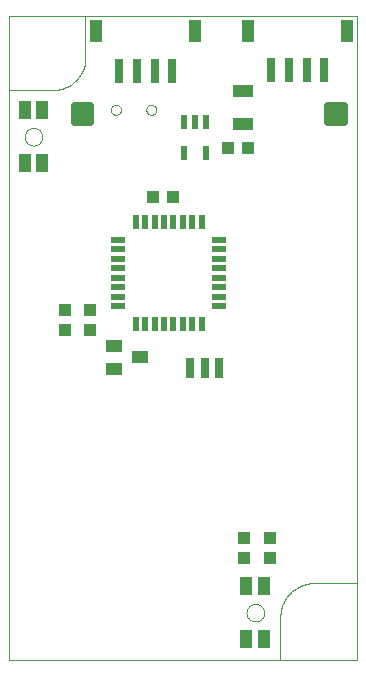
<source format=gtp>
G75*
G70*
%OFA0B0*%
%FSLAX24Y24*%
%IPPOS*%
%LPD*%
%AMOC8*
5,1,8,0,0,1.08239X$1,22.5*
%
%ADD10C,0.0000*%
%ADD11R,0.0220X0.0500*%
%ADD12R,0.0500X0.0220*%
%ADD13R,0.0394X0.0433*%
%ADD14R,0.0276X0.0669*%
%ADD15R,0.0433X0.0394*%
%ADD16R,0.0217X0.0472*%
%ADD17R,0.0709X0.0394*%
%ADD18R,0.0276X0.0787*%
%ADD19R,0.0433X0.0748*%
%ADD20C,0.0197*%
%ADD21R,0.0433X0.0591*%
%ADD22R,0.0551X0.0394*%
D10*
X001008Y001834D02*
X001008Y020830D01*
X002475Y020830D01*
X002538Y020832D01*
X002602Y020837D01*
X002665Y020847D01*
X002727Y020859D01*
X002788Y020876D01*
X002848Y020896D01*
X002908Y020919D01*
X002965Y020946D01*
X003021Y020976D01*
X003075Y021010D01*
X003127Y021046D01*
X003177Y021085D01*
X003224Y021128D01*
X003269Y021173D01*
X003312Y021220D01*
X003351Y021270D01*
X003387Y021322D01*
X003421Y021376D01*
X003451Y021432D01*
X003478Y021489D01*
X003501Y021549D01*
X003521Y021609D01*
X003538Y021670D01*
X003550Y021732D01*
X003560Y021795D01*
X003565Y021859D01*
X003567Y021922D01*
X003567Y023291D01*
X012622Y023291D01*
X012622Y004393D01*
X011189Y004393D01*
X011124Y004391D01*
X011058Y004385D01*
X010993Y004376D01*
X010929Y004363D01*
X010866Y004346D01*
X010804Y004325D01*
X010743Y004301D01*
X010684Y004273D01*
X010626Y004242D01*
X010570Y004208D01*
X010517Y004170D01*
X010465Y004130D01*
X010416Y004086D01*
X010370Y004040D01*
X010326Y003991D01*
X010286Y003939D01*
X010248Y003886D01*
X010214Y003830D01*
X010183Y003772D01*
X010155Y003713D01*
X010131Y003652D01*
X010110Y003590D01*
X010093Y003527D01*
X010080Y003463D01*
X010071Y003398D01*
X010065Y003332D01*
X010063Y003267D01*
X010063Y001834D01*
X001008Y001834D01*
X008933Y003409D02*
X008935Y003443D01*
X008941Y003477D01*
X008951Y003510D01*
X008964Y003541D01*
X008982Y003571D01*
X009002Y003599D01*
X009026Y003624D01*
X009052Y003646D01*
X009080Y003664D01*
X009111Y003680D01*
X009143Y003692D01*
X009177Y003700D01*
X009211Y003704D01*
X009245Y003704D01*
X009279Y003700D01*
X009313Y003692D01*
X009345Y003680D01*
X009375Y003664D01*
X009404Y003646D01*
X009430Y003624D01*
X009454Y003599D01*
X009474Y003571D01*
X009492Y003541D01*
X009505Y003510D01*
X009515Y003477D01*
X009521Y003443D01*
X009523Y003409D01*
X009521Y003375D01*
X009515Y003341D01*
X009505Y003308D01*
X009492Y003277D01*
X009474Y003247D01*
X009454Y003219D01*
X009430Y003194D01*
X009404Y003172D01*
X009376Y003154D01*
X009345Y003138D01*
X009313Y003126D01*
X009279Y003118D01*
X009245Y003114D01*
X009211Y003114D01*
X009177Y003118D01*
X009143Y003126D01*
X009111Y003138D01*
X009080Y003154D01*
X009052Y003172D01*
X009026Y003194D01*
X009002Y003219D01*
X008982Y003247D01*
X008964Y003277D01*
X008951Y003308D01*
X008941Y003341D01*
X008935Y003375D01*
X008933Y003409D01*
X010063Y001834D02*
X012622Y001834D01*
X012622Y004393D01*
X005596Y020168D02*
X005598Y020193D01*
X005604Y020218D01*
X005613Y020242D01*
X005626Y020264D01*
X005643Y020284D01*
X005662Y020301D01*
X005683Y020315D01*
X005707Y020325D01*
X005731Y020332D01*
X005757Y020335D01*
X005782Y020334D01*
X005807Y020329D01*
X005831Y020320D01*
X005854Y020308D01*
X005874Y020293D01*
X005892Y020274D01*
X005907Y020253D01*
X005918Y020230D01*
X005926Y020206D01*
X005930Y020181D01*
X005930Y020155D01*
X005926Y020130D01*
X005918Y020106D01*
X005907Y020083D01*
X005892Y020062D01*
X005874Y020043D01*
X005854Y020028D01*
X005831Y020016D01*
X005807Y020007D01*
X005782Y020002D01*
X005757Y020001D01*
X005731Y020004D01*
X005707Y020011D01*
X005683Y020021D01*
X005662Y020035D01*
X005643Y020052D01*
X005626Y020072D01*
X005613Y020094D01*
X005604Y020118D01*
X005598Y020143D01*
X005596Y020168D01*
X004415Y020168D02*
X004417Y020193D01*
X004423Y020218D01*
X004432Y020242D01*
X004445Y020264D01*
X004462Y020284D01*
X004481Y020301D01*
X004502Y020315D01*
X004526Y020325D01*
X004550Y020332D01*
X004576Y020335D01*
X004601Y020334D01*
X004626Y020329D01*
X004650Y020320D01*
X004673Y020308D01*
X004693Y020293D01*
X004711Y020274D01*
X004726Y020253D01*
X004737Y020230D01*
X004745Y020206D01*
X004749Y020181D01*
X004749Y020155D01*
X004745Y020130D01*
X004737Y020106D01*
X004726Y020083D01*
X004711Y020062D01*
X004693Y020043D01*
X004673Y020028D01*
X004650Y020016D01*
X004626Y020007D01*
X004601Y020002D01*
X004576Y020001D01*
X004550Y020004D01*
X004526Y020011D01*
X004502Y020021D01*
X004481Y020035D01*
X004462Y020052D01*
X004445Y020072D01*
X004432Y020094D01*
X004423Y020118D01*
X004417Y020143D01*
X004415Y020168D01*
X003567Y023291D02*
X001008Y023291D01*
X001008Y020830D01*
X001540Y019275D02*
X001542Y019309D01*
X001548Y019343D01*
X001558Y019376D01*
X001571Y019407D01*
X001589Y019437D01*
X001609Y019465D01*
X001633Y019490D01*
X001659Y019512D01*
X001687Y019530D01*
X001718Y019546D01*
X001750Y019558D01*
X001784Y019566D01*
X001818Y019570D01*
X001852Y019570D01*
X001886Y019566D01*
X001920Y019558D01*
X001952Y019546D01*
X001982Y019530D01*
X002011Y019512D01*
X002037Y019490D01*
X002061Y019465D01*
X002081Y019437D01*
X002099Y019407D01*
X002112Y019376D01*
X002122Y019343D01*
X002128Y019309D01*
X002130Y019275D01*
X002128Y019241D01*
X002122Y019207D01*
X002112Y019174D01*
X002099Y019143D01*
X002081Y019113D01*
X002061Y019085D01*
X002037Y019060D01*
X002011Y019038D01*
X001983Y019020D01*
X001952Y019004D01*
X001920Y018992D01*
X001886Y018984D01*
X001852Y018980D01*
X001818Y018980D01*
X001784Y018984D01*
X001750Y018992D01*
X001718Y019004D01*
X001687Y019020D01*
X001659Y019038D01*
X001633Y019060D01*
X001609Y019085D01*
X001589Y019113D01*
X001571Y019143D01*
X001558Y019174D01*
X001548Y019207D01*
X001542Y019241D01*
X001540Y019275D01*
D11*
X005238Y016423D03*
X005553Y016423D03*
X005868Y016423D03*
X006183Y016423D03*
X006498Y016423D03*
X006813Y016423D03*
X007128Y016423D03*
X007443Y016423D03*
X007443Y013043D03*
X007128Y013043D03*
X006813Y013043D03*
X006498Y013043D03*
X006183Y013043D03*
X005868Y013043D03*
X005553Y013043D03*
X005238Y013043D03*
D12*
X004650Y013631D03*
X004650Y013946D03*
X004650Y014261D03*
X004650Y014576D03*
X004650Y014891D03*
X004650Y015206D03*
X004650Y015521D03*
X004650Y015836D03*
X008030Y015836D03*
X008030Y015521D03*
X008030Y015206D03*
X008030Y014891D03*
X008030Y014576D03*
X008030Y014261D03*
X008030Y013946D03*
X008030Y013631D03*
D13*
X003720Y013508D03*
X003720Y012838D03*
X002886Y012838D03*
X002886Y013508D03*
X008854Y005901D03*
X008854Y005232D03*
X009717Y005244D03*
X009717Y005913D03*
D14*
X008008Y011559D03*
X007536Y011559D03*
X007063Y011559D03*
D15*
X006492Y017258D03*
X005822Y017258D03*
X008307Y018895D03*
X008976Y018895D03*
D16*
X007587Y018733D03*
X007587Y019756D03*
X007213Y019756D03*
X006839Y019756D03*
X006839Y018733D03*
D17*
X008801Y019706D03*
X008801Y020809D03*
D18*
X009760Y021493D03*
X010350Y021493D03*
X010941Y021493D03*
X011531Y021493D03*
X006461Y021474D03*
X005870Y021474D03*
X005280Y021474D03*
X004689Y021474D03*
D19*
X003921Y022793D03*
X007228Y022793D03*
X008992Y022812D03*
X012299Y022812D03*
D20*
X011618Y020329D02*
X011618Y019739D01*
X011618Y020329D02*
X012208Y020329D01*
X012208Y019739D01*
X011618Y019739D01*
X011618Y019935D02*
X012208Y019935D01*
X012208Y020131D02*
X011618Y020131D01*
X011618Y020327D02*
X012208Y020327D01*
X003767Y020329D02*
X003767Y019739D01*
X003177Y019739D01*
X003177Y020329D01*
X003767Y020329D01*
X003767Y019935D02*
X003177Y019935D01*
X003177Y020131D02*
X003767Y020131D01*
X003767Y020327D02*
X003177Y020327D01*
D21*
X002130Y020161D03*
X001539Y020161D03*
X001539Y018389D03*
X002130Y018389D03*
X008933Y004295D03*
X009524Y004295D03*
X009524Y002523D03*
X008933Y002523D03*
D22*
X004520Y011543D03*
X004520Y012291D03*
X005386Y011917D03*
M02*

</source>
